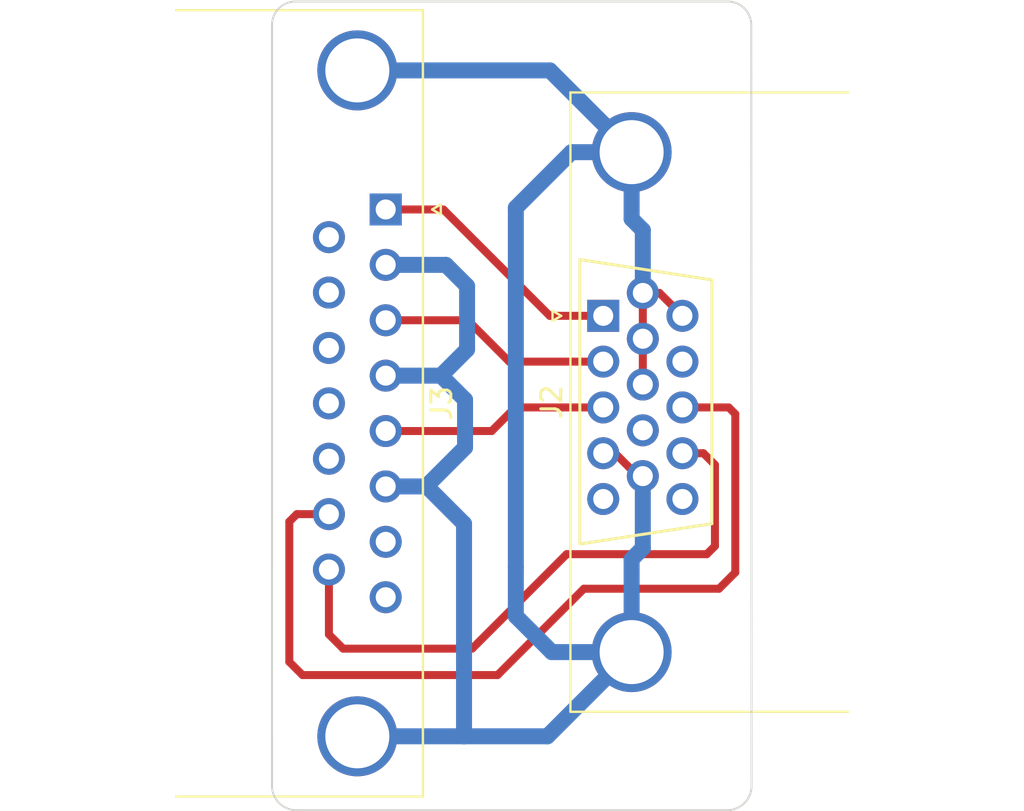
<source format=kicad_pcb>
(kicad_pcb (version 20221018) (generator pcbnew)
  (layers (0 "F.Cu" signal) (31 "B.Cu" signal) (34 "B.Paste" user) (35 "F.Paste" user) (36 "B.SilkS" user "B.Silkscreen") (37 "F.SilkS" user "F.Silkscreen") (38 "B.Mask" user) (39 "F.Mask" user) (44 "Edge.Cuts" user))
  (net 0 "")
  (net 1 "/Gnd")
  (net 2 "/Red")
  (net 3 "/Green")
  (net 4 "/Blue")
  (net 8 "/HSync")
  (net 9 "/VSync")
  (net 11 "/Ys")
  (footprint "Connector_Dsub:DSUB-15_Male_Horizontal_P2.77x2.84mm_EdgePinOffset7.70mm_Housed_MountingHolesOffset9.12mm" (layer "F.Cu") (at 135.5804 88.9346 -90)
    (fp_text reference "J3" (at 9.695 -2.8 90) (layer "F.SilkS"))
    (fp_text value "DA15_Plug_MountingHoles")
    (fp_line (start -9.965 -1.86) (end 29.355 -1.86) (stroke (width 0.12)) (layer "F.SilkS"))
    (fp_line (start -9.965 10.48) (end -9.965 -1.86) (stroke (width 0.12)) (layer "F.SilkS"))
    (fp_line (start -0.25 -2.754338) (end 0.25 -2.754338) (stroke (width 0.12)) (layer "F.SilkS"))
    (fp_line (start 0 -2.321325) (end -0.25 -2.754338) (stroke (width 0.12)) (layer "F.SilkS"))
    (fp_line (start 0.25 -2.754338) (end 0 -2.321325) (stroke (width 0.12)) (layer "F.SilkS"))
    (fp_line (start 29.355 -1.86) (end 29.355 10.48) (stroke (width 0.12)) (layer "F.SilkS"))
    (pad "0" thru_hole circle (at -6.955 1.42 270) (size 4 4) (drill 3.2) (layers "*.Cu" "*.Mask") (net 1 "/Gnd"))
    (pad "0" thru_hole circle (at 26.345 1.42 270) (size 4 4) (drill 3.2) (layers "*.Cu" "*.Mask") (net 1 "/Gnd"))
    (pad "1" thru_hole rect (at 0 0 270) (size 1.6 1.6) (drill 1) (layers "*.Cu" "*.Mask") (net 2 "/Red"))
    (pad "2" thru_hole circle (at 2.77 0 270) (size 1.6 1.6) (drill 1) (layers "*.Cu" "*.Mask") (net 1 "/Gnd"))
    (pad "3" thru_hole circle (at 5.54 0 270) (size 1.6 1.6) (drill 1) (layers "*.Cu" "*.Mask") (net 3 "/Green"))
    (pad "4" thru_hole circle (at 8.31 0 270) (size 1.6 1.6) (drill 1) (layers "*.Cu" "*.Mask") (net 1 "/Gnd"))
    (pad "5" thru_hole circle (at 11.08 0 270) (size 1.6 1.6) (drill 1) (layers "*.Cu" "*.Mask") (net 4 "/Blue"))
    (pad "6" thru_hole circle (at 13.85 0 270) (size 1.6 1.6) (drill 1) (layers "*.Cu" "*.Mask") (net 1 "/Gnd"))
    (pad "7" thru_hole circle (at 16.62 0 270) (size 1.6 1.6) (drill 1) (layers "*.Cu" "*.Mask") (net 11 "/Ys"))
    (pad "8" thru_hole circle (at 19.39 0 270) (size 1.6 1.6) (drill 1) (layers "*.Cu" "*.Mask"))
    (pad "9" thru_hole circle (at 1.385 2.84 270) (size 1.6 1.6) (drill 1) (layers "*.Cu" "*.Mask"))
    (pad "10" thru_hole circle (at 4.155 2.84 270) (size 1.6 1.6) (drill 1) (layers "*.Cu" "*.Mask"))
    (pad "11" thru_hole circle (at 6.925 2.84 270) (size 1.6 1.6) (drill 1) (layers "*.Cu" "*.Mask"))
    (pad "12" thru_hole circle (at 9.695 2.84 270) (size 1.6 1.6) (drill 1) (layers "*.Cu" "*.Mask"))
    (pad "13" thru_hole circle (at 12.465 2.84 270) (size 1.6 1.6) (drill 1) (layers "*.Cu" "*.Mask"))
    (pad "14" thru_hole circle (at 15.235 2.84 270) (size 1.6 1.6) (drill 1) (layers "*.Cu" "*.Mask") (net 8 "/HSync"))
    (pad "15" thru_hole circle (at 18.005 2.84 270) (size 1.6 1.6) (drill 1) (layers "*.Cu" "*.Mask") (net 9 "/VSync"))
  )
  (footprint "Connector_Dsub:DSUB-15-HD_Female_Horizontal_P2.29x1.98mm_EdgePinOffset8.35mm_Housed_MountingHolesOffset10.89mm" (layer "F.Cu") (at 146.4576 94.2534 90)
    (fp_text reference "J2" (at -4.315 -2.58 90) (layer "F.SilkS"))
    (fp_text value "DE15_Receptacle_HighDensity_MountingHoles")
    (fp_line (start -19.8 -1.64) (end 11.17 -1.64) (stroke (width 0.12)) (layer "F.SilkS"))
    (fp_line (start -19.8 12.25) (end -19.8 -1.64) (stroke (width 0.12)) (layer "F.SilkS"))
    (fp_line (start -0.25 -2.534338) (end 0.25 -2.534338) (stroke (width 0.12)) (layer "F.SilkS"))
    (fp_line (start 0 -2.101325) (end -0.25 -2.534338) (stroke (width 0.12)) (layer "F.SilkS"))
    (fp_line (start 0.25 -2.534338) (end 0 -2.101325) (stroke (width 0.12)) (layer "F.SilkS"))
    (fp_line (start 11.17 -1.64) (end 11.17 12.25) (stroke (width 0.12)) (layer "F.SilkS"))
    (pad "0" thru_hole circle (at -16.815 1.42 90) (size 4 4) (drill 3.2) (layers "*.Cu" "*.Mask") (net 1 "/Gnd"))
    (pad "0" thru_hole circle (at 8.185 1.42 90) (size 4 4) (drill 3.2) (layers "*.Cu" "*.Mask") (net 1 "/Gnd"))
    (pad "1" thru_hole rect (at 0 0 90) (size 1.6 1.6) (drill 1) (layers "*.Cu" "*.Mask") (net 2 "/Red"))
    (pad "2" thru_hole circle (at -2.29 0 90) (size 1.6 1.6) (drill 1) (layers "*.Cu" "*.Mask") (net 3 "/Green"))
    (pad "3" thru_hole circle (at -4.58 0 90) (size 1.6 1.6) (drill 1) (layers "*.Cu" "*.Mask") (net 4 "/Blue"))
    (pad "4" thru_hole circle (at -6.87 0 90) (size 1.6 1.6) (drill 1) (layers "*.Cu" "*.Mask") (net 1 "/Gnd"))
    (pad "5" thru_hole circle (at -9.16 0 90) (size 1.6 1.6) (drill 1) (layers "*.Cu" "*.Mask"))
    (pad "6" thru_hole circle (at 1.145 1.98 90) (size 1.6 1.6) (drill 1) (layers "*.Cu" "*.Mask") (net 1 "/Gnd"))
    (pad "7" thru_hole circle (at -1.145 1.98 90) (size 1.6 1.6) (drill 1) (layers "*.Cu" "*.Mask") (net 1 "/Gnd"))
    (pad "8" thru_hole circle (at -3.435 1.98 90) (size 1.6 1.6) (drill 1) (layers "*.Cu" "*.Mask") (net 1 "/Gnd"))
    (pad "9" thru_hole circle (at -5.725 1.98 90) (size 1.6 1.6) (drill 1) (layers "*.Cu" "*.Mask"))
    (pad "10" thru_hole circle (at -8.015 1.98 90) (size 1.6 1.6) (drill 1) (layers "*.Cu" "*.Mask") (net 1 "/Gnd"))
    (pad "11" thru_hole circle (at 0 3.96 90) (size 1.6 1.6) (drill 1) (layers "*.Cu" "*.Mask") (net 1 "/Gnd"))
    (pad "12" thru_hole circle (at -2.29 3.96 90) (size 1.6 1.6) (drill 1) (layers "*.Cu" "*.Mask"))
    (pad "13" thru_hole circle (at -4.58 3.96 90) (size 1.6 1.6) (drill 1) (layers "*.Cu" "*.Mask") (net 8 "/HSync"))
    (pad "14" thru_hole circle (at -6.87 3.96 90) (size 1.6 1.6) (drill 1) (layers "*.Cu" "*.Mask") (net 9 "/VSync"))
    (pad "15" thru_hole circle (at -9.16 3.96 90) (size 1.6 1.6) (drill 1) (layers "*.Cu" "*.Mask"))
  )
  (gr_line (start 151.892 92.456) (end 151.892 104.648) (stroke (width 0.15)) (layer "F.SilkS"))
  (gr_line (start 151.892 104.648) (end 145.288 105.664) (stroke (width 0.15)) (layer "F.SilkS"))
  (gr_line (start 145.288 105.664) (end 145.288 91.44) (stroke (width 0.15)) (layer "F.SilkS"))
  (gr_line (start 145.288 91.44) (end 151.892 92.456) (stroke (width 0.15)) (layer "F.SilkS"))
  (gr_arc (start 152.691417 78.536802) (mid 153.517599 78.879018) (end 153.859816 79.7052) (stroke (width 0.1)) (layer "Edge.Cuts"))
  (gr_line (start 129.8956 79.7052) (end 129.894105 117.755896) (stroke (width 0.1)) (layer "Edge.Cuts"))
  (gr_line (start 153.874696 117.755895) (end 153.859816 79.7052) (stroke (width 0.1)) (layer "Edge.Cuts"))
  (gr_arc (start 131.113304 118.975096) (mid 130.2512 118.618) (end 129.894105 117.755896) (stroke (width 0.1)) (layer "Edge.Cuts"))
  (gr_arc (start 153.874696 117.755895) (mid 153.517602 118.618002) (end 152.655495 118.975095) (stroke (width 0.1)) (layer "Edge.Cuts"))
  (gr_line (start 131.064 78.5368) (end 152.691417 78.536802) (stroke (width 0.1)) (layer "Edge.Cuts"))
  (gr_arc (start 129.8956 79.7052) (mid 130.237816 78.879016) (end 131.064 78.5368) (stroke (width 0.1)) (layer "Edge.Cuts"))
  (gr_line (start 131.113304 118.975096) (end 152.655495 118.975095) (stroke (width 0.1)) (layer "Edge.Cuts"))
  (segment (start 148.1916 102.2684) (end 147.0466 101.1234) (width 0.4) (layer "F.Cu") (net 1))
  (segment (start 148.4376 102.2684) (end 148.1916 102.2684) (width 0.4) (layer "F.Cu") (net 1))
  (segment (start 148.4376 93.1084) (end 149.2726 93.1084) (width 0.4) (layer "F.Cu") (net 1))
  (segment (start 149.2726 93.1084) (end 150.4176 94.2534) (width 0.4) (layer "F.Cu") (net 1))
  (segment (start 148.4376 93.1084) (end 148.4376 95.3984) (width 0.4) (layer "F.Cu") (net 1))
  (segment (start 147.0466 101.1234) (end 146.4576 101.1234) (width 0.4) (layer "F.Cu") (net 1))
  (segment (start 148.4376 95.3984) (end 148.4376 97.6884) (width 0.4) (layer "F.Cu") (net 1))
  (segment (start 143.8852 111.0684) (end 147.8776 111.0684) (width 0.8) (layer "B.Cu") (net 1))
  (segment (start 148.4376 110.5084) (end 147.8776 111.0684) (width 0.4) (layer "B.Cu") (net 1))
  (segment (start 144.8684 86.0684) (end 142.0876 88.8492) (width 0.8) (layer "B.Cu") (net 1))
  (segment (start 138.3418 97.2446) (end 139.6492 95.9372) (width 0.8) (layer "B.Cu") (net 1))
  (segment (start 137.6334 102.7522) (end 139.5476 100.838) (width 0.8) (layer "B.Cu") (net 1))
  (segment (start 147.8776 89.4068) (end 148.4376 89.9668) (width 0.8) (layer "B.Cu") (net 1))
  (segment (start 148.4376 105.8672) (end 148.4376 102.2684) (width 0.8) (layer "B.Cu") (net 1))
  (segment (start 142.0876 109.2708) (end 143.8852 111.0684) (width 0.8) (layer "B.Cu") (net 1))
  (segment (start 148.4376 105.8672) (end 147.8776 106.4272) (width 0.8) (layer "B.Cu") (net 1))
  (segment (start 139.4968 115.2796) (end 139.4968 104.648) (width 0.8) (layer "B.Cu") (net 1))
  (segment (start 138.3418 97.2446) (end 135.5804 97.2446) (width 0.8) (layer "B.Cu") (net 1))
  (segment (start 143.7888 81.9796) (end 147.8776 86.0684) (width 0.8) (layer "B.Cu") (net 1))
  (segment (start 134.1604 115.2796) (end 139.4968 115.2796) (width 0.8) (layer "B.Cu") (net 1))
  (segment (start 142.0876 88.8492) (end 142.0876 106.8324) (width 0.8) (layer "B.Cu") (net 1))
  (segment (start 137.6334 102.7846) (end 135.5804 102.7846) (width 0.8) (layer "B.Cu") (net 1))
  (segment (start 147.8776 86.0684) (end 147.8776 89.4068) (width 0.8) (layer "B.Cu") (net 1))
  (segment (start 142.0876 106.8324) (end 142.0876 109.2708) (width 0.8) (layer "B.Cu") (net 1))
  (segment (start 139.6492 92.7608) (end 138.593 91.7046) (width 0.8) (layer "B.Cu") (net 1))
  (segment (start 138.593 91.7046) (end 135.5804 91.7046) (width 0.8) (layer "B.Cu") (net 1))
  (segment (start 136.8898 102.7846) (end 135.5804 102.7846) (width 0.4) (layer "B.Cu") (net 1))
  (segment (start 148.4376 89.9668) (end 148.4376 93.1084) (width 0.8) (layer "B.Cu") (net 1))
  (segment (start 139.5476 100.838) (end 139.5476 98.4504) (width 0.8) (layer "B.Cu") (net 1))
  (segment (start 134.1604 81.9796) (end 143.7888 81.9796) (width 0.8) (layer "B.Cu") (net 1))
  (segment (start 137.6334 102.7846) (end 137.6334 102.7522) (width 0.8) (layer "B.Cu") (net 1))
  (segment (start 139.4968 115.2796) (end 143.6664 115.2796) (width 0.8) (layer "B.Cu") (net 1))
  (segment (start 147.8776 86.0684) (end 144.8684 86.0684) (width 0.8) (layer "B.Cu") (net 1))
  (segment (start 143.6664 115.2796) (end 147.8776 111.0684) (width 0.8) (layer "B.Cu") (net 1))
  (segment (start 139.4968 104.648) (end 137.6334 102.7846) (width 0.8) (layer "B.Cu") (net 1))
  (segment (start 139.5476 98.4504) (end 138.3418 97.2446) (width 0.8) (layer "B.Cu") (net 1))
  (segment (start 139.6492 95.9372) (end 139.6492 92.7608) (width 0.8) (layer "B.Cu") (net 1))
  (segment (start 147.8776 106.4272) (end 147.8776 111.0684) (width 0.8) (layer "B.Cu") (net 1))
  (segment (start 138.4646 88.9346) (end 143.7834 94.2534) (width 0.4) (layer "F.Cu") (net 2))
  (segment (start 135.5804 88.9346) (end 138.4646 88.9346) (width 0.4) (layer "F.Cu") (net 2))
  (segment (start 143.7834 94.2534) (end 146.4576 94.2534) (width 0.4) (layer "F.Cu") (net 2))
  (segment (start 135.5804 94.4746) (end 139.6866 94.4746) (width 0.4) (layer "F.Cu") (net 3))
  (segment (start 139.6866 94.4746) (end 141.7554 96.5434) (width 0.4) (layer "F.Cu") (net 3))
  (segment (start 141.7554 96.5434) (end 146.4576 96.5434) (width 0.4) (layer "F.Cu") (net 3))
  (segment (start 140.879 100.0146) (end 142.0876 98.806) (width 0.4) (layer "F.Cu") (net 4))
  (segment (start 135.5804 100.0146) (end 140.879 100.0146) (width 0.4) (layer "F.Cu") (net 4))
  (segment (start 142.0876 98.806) (end 142.115 98.8334) (width 0.4) (layer "F.Cu") (net 4))
  (segment (start 142.115 98.8334) (end 146.4576 98.8334) (width 0.4) (layer "F.Cu") (net 4))
  (segment (start 130.7592 111.5568) (end 131.4196 112.2172) (width 0.4) (layer "F.Cu") (net 8))
  (segment (start 141.1732 112.2172) (end 145.4912 107.8992) (width 0.4) (layer "F.Cu") (net 8))
  (segment (start 153.0604 107.0864) (end 153.0604 99.1616) (width 0.4) (layer "F.Cu") (net 8))
  (segment (start 152.7322 98.8334) (end 150.4176 98.8334) (width 0.4) (layer "F.Cu") (net 8))
  (segment (start 132.7404 104.1696) (end 131.136 104.1696) (width 0.4) (layer "F.Cu") (net 8))
  (segment (start 145.4912 107.8992) (end 152.2476 107.8992) (width 0.4) (layer "F.Cu") (net 8))
  (segment (start 152.2476 107.8992) (end 153.0604 107.0864) (width 0.4) (layer "F.Cu") (net 8))
  (segment (start 131.4196 112.2172) (end 141.1732 112.2172) (width 0.4) (layer "F.Cu") (net 8))
  (segment (start 153.0604 99.1616) (end 152.7322 98.8334) (width 0.4) (layer "F.Cu") (net 8))
  (segment (start 130.7592 104.5464) (end 130.7592 111.5568) (width 0.4) (layer "F.Cu") (net 8))
  (segment (start 131.136 104.1696) (end 130.7592 104.5464) (width 0.4) (layer "F.Cu") (net 8))
  (segment (start 132.7404 106.9396) (end 132.7404 110.1852) (width 0.4) (layer "F.Cu") (net 9))
  (segment (start 139.9032 110.8964) (end 144.6276 106.172) (width 0.4) (layer "F.Cu") (net 9))
  (segment (start 151.4662 101.1234) (end 150.4176 101.1234) (width 0.4) (layer "F.Cu") (net 9))
  (segment (start 152.0444 101.7016) (end 151.4662 101.1234) (width 0.4) (layer "F.Cu") (net 9))
  (segment (start 151.638 106.172) (end 152.0444 105.7656) (width 0.4) (layer "F.Cu") (net 9))
  (segment (start 144.6276 106.172) (end 151.638 106.172) (width 0.4) (layer "F.Cu") (net 9))
  (segment (start 152.0444 105.7656) (end 152.0444 101.7016) (width 0.4) (layer "F.Cu") (net 9))
  (segment (start 132.7404 110.1852) (end 133.4516 110.8964) (width 0.4) (layer "F.Cu") (net 9))
  (segment (start 133.4516 110.8964) (end 139.9032 110.8964) (width 0.4) (layer "F.Cu") (net 9))
)
</source>
